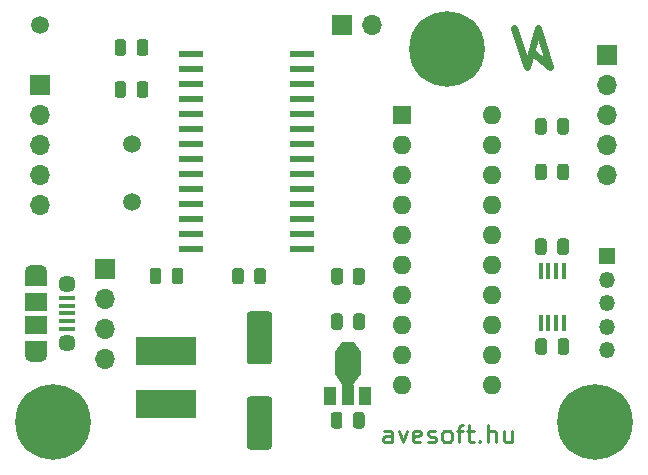
<source format=gbr>
From 83a9b03f5b9c5749a1ea8c1fd58307430c897b7d Mon Sep 17 00:00:00 2001
From: Attila Veghelyi <works@veghelyiattila.hu>
Date: Sun, 27 Aug 2023 15:36:23 +0200
Subject: Add PCB schematic and gerber files

---
 pcb/gerber/oprog_minimal-F_Mask.gbr | 905 ++++++++++++++++++++++++++++++++++++
 1 file changed, 905 insertions(+)
 create mode 100644 pcb/gerber/oprog_minimal-F_Mask.gbr

(limited to 'pcb/gerber/oprog_minimal-F_Mask.gbr')

diff --git a/pcb/gerber/oprog_minimal-F_Mask.gbr b/pcb/gerber/oprog_minimal-F_Mask.gbr
new file mode 100644
index 0000000..767e4fc
--- /dev/null
+++ b/pcb/gerber/oprog_minimal-F_Mask.gbr
@@ -0,0 +1,905 @@
+G04 #@! TF.GenerationSoftware,KiCad,Pcbnew,5.1.9+dfsg1-1+deb11u1*
+G04 #@! TF.CreationDate,2023-08-08T20:31:31+02:00*
+G04 #@! TF.ProjectId,oprog_minimal,6f70726f-675f-46d6-996e-696d616c2e6b,rev?*
+G04 #@! TF.SameCoordinates,PXa8d62b0PY5f13998*
+G04 #@! TF.FileFunction,Soldermask,Top*
+G04 #@! TF.FilePolarity,Negative*
+%FSLAX46Y46*%
+G04 Gerber Fmt 4.6, Leading zero omitted, Abs format (unit mm)*
+G04 Created by KiCad (PCBNEW 5.1.9+dfsg1-1+deb11u1) date 2023-08-08 20:31:31*
+%MOMM*%
+%LPD*%
+G01*
+G04 APERTURE LIST*
+%ADD10C,0.600000*%
+%ADD11C,0.250000*%
+%ADD12R,5.200000X2.400000*%
+%ADD13R,0.450000X1.450000*%
+%ADD14C,0.800000*%
+%ADD15C,6.400000*%
+%ADD16C,0.100000*%
+%ADD17R,2.200000X1.840000*%
+%ADD18R,1.000000X1.500000*%
+%ADD19R,1.000000X1.800000*%
+%ADD20O,1.700000X1.700000*%
+%ADD21R,1.700000X1.700000*%
+%ADD22O,1.350000X1.350000*%
+%ADD23R,1.350000X1.350000*%
+%ADD24R,1.900000X1.200000*%
+%ADD25O,1.900000X1.200000*%
+%ADD26R,1.900000X1.500000*%
+%ADD27C,1.450000*%
+%ADD28R,1.350000X0.400000*%
+%ADD29C,1.500000*%
+%ADD30R,2.000000X0.600000*%
+%ADD31O,1.600000X1.600000*%
+%ADD32R,1.600000X1.600000*%
+G04 APERTURE END LIST*
+D10*
+X45720000Y-5080000D02*
+X44196000Y-3810000D01*
+X42672000Y-1778000D02*
+X43751500Y-5080000D01*
+X44704000Y-1778000D02*
+X45720000Y-5080000D01*
+X43751500Y-5080000D02*
+X44704000Y-1778000D01*
+D11*
+X32283200Y-36873571D02*
+X32283200Y-36087857D01*
+X32211771Y-35945000D01*
+X32068914Y-35873571D01*
+X31783200Y-35873571D01*
+X31640342Y-35945000D01*
+X32283200Y-36802142D02*
+X32140342Y-36873571D01*
+X31783200Y-36873571D01*
+X31640342Y-36802142D01*
+X31568914Y-36659285D01*
+X31568914Y-36516428D01*
+X31640342Y-36373571D01*
+X31783200Y-36302142D01*
+X32140342Y-36302142D01*
+X32283200Y-36230714D01*
+X32854628Y-35873571D02*
+X33211771Y-36873571D01*
+X33568914Y-35873571D01*
+X34711771Y-36802142D02*
+X34568914Y-36873571D01*
+X34283200Y-36873571D01*
+X34140342Y-36802142D01*
+X34068914Y-36659285D01*
+X34068914Y-36087857D01*
+X34140342Y-35945000D01*
+X34283200Y-35873571D01*
+X34568914Y-35873571D01*
+X34711771Y-35945000D01*
+X34783200Y-36087857D01*
+X34783200Y-36230714D01*
+X34068914Y-36373571D01*
+X35354628Y-36802142D02*
+X35497485Y-36873571D01*
+X35783200Y-36873571D01*
+X35926057Y-36802142D01*
+X35997485Y-36659285D01*
+X35997485Y-36587857D01*
+X35926057Y-36445000D01*
+X35783200Y-36373571D01*
+X35568914Y-36373571D01*
+X35426057Y-36302142D01*
+X35354628Y-36159285D01*
+X35354628Y-36087857D01*
+X35426057Y-35945000D01*
+X35568914Y-35873571D01*
+X35783200Y-35873571D01*
+X35926057Y-35945000D01*
+X36854628Y-36873571D02*
+X36711771Y-36802142D01*
+X36640342Y-36730714D01*
+X36568914Y-36587857D01*
+X36568914Y-36159285D01*
+X36640342Y-36016428D01*
+X36711771Y-35945000D01*
+X36854628Y-35873571D01*
+X37068914Y-35873571D01*
+X37211771Y-35945000D01*
+X37283200Y-36016428D01*
+X37354628Y-36159285D01*
+X37354628Y-36587857D01*
+X37283200Y-36730714D01*
+X37211771Y-36802142D01*
+X37068914Y-36873571D01*
+X36854628Y-36873571D01*
+X37783200Y-35873571D02*
+X38354628Y-35873571D01*
+X37997485Y-36873571D02*
+X37997485Y-35587857D01*
+X38068914Y-35445000D01*
+X38211771Y-35373571D01*
+X38354628Y-35373571D01*
+X38640342Y-35873571D02*
+X39211771Y-35873571D01*
+X38854628Y-35373571D02*
+X38854628Y-36659285D01*
+X38926057Y-36802142D01*
+X39068914Y-36873571D01*
+X39211771Y-36873571D01*
+X39711771Y-36730714D02*
+X39783200Y-36802142D01*
+X39711771Y-36873571D01*
+X39640342Y-36802142D01*
+X39711771Y-36730714D01*
+X39711771Y-36873571D01*
+X40426057Y-36873571D02*
+X40426057Y-35373571D01*
+X41068914Y-36873571D02*
+X41068914Y-36087857D01*
+X40997485Y-35945000D01*
+X40854628Y-35873571D01*
+X40640342Y-35873571D01*
+X40497485Y-35945000D01*
+X40426057Y-36016428D01*
+X42426057Y-35873571D02*
+X42426057Y-36873571D01*
+X41783200Y-35873571D02*
+X41783200Y-36659285D01*
+X41854628Y-36802142D01*
+X41997485Y-36873571D01*
+X42211771Y-36873571D01*
+X42354628Y-36802142D01*
+X42426057Y-36730714D01*
+G36*
+G01*
+X28175000Y-22359198D02*
+X28175000Y-23259202D01*
+G75*
+G02*
+X27925002Y-23509200I-249998J0D01*
+G01*
+X27399998Y-23509200D01*
+G75*
+G02*
+X27150000Y-23259202I0J249998D01*
+G01*
+X27150000Y-22359198D01*
+G75*
+G02*
+X27399998Y-22109200I249998J0D01*
+G01*
+X27925002Y-22109200D01*
+G75*
+G02*
+X28175000Y-22359198I0J-249998D01*
+G01*
+G37*
+G36*
+G01*
+X30000000Y-22359198D02*
+X30000000Y-23259202D01*
+G75*
+G02*
+X29750002Y-23509200I-249998J0D01*
+G01*
+X29224998Y-23509200D01*
+G75*
+G02*
+X28975000Y-23259202I0J249998D01*
+G01*
+X28975000Y-22359198D01*
+G75*
+G02*
+X29224998Y-22109200I249998J0D01*
+G01*
+X29750002Y-22109200D01*
+G75*
+G02*
+X30000000Y-22359198I0J-249998D01*
+G01*
+G37*
+D12*
+X13208000Y-29119000D03*
+X13208000Y-33619000D03*
+G36*
+G01*
+X21882001Y-30273000D02*
+X20281999Y-30273000D01*
+G75*
+G02*
+X20032000Y-30023001I0J249999D01*
+G01*
+X20032000Y-26022999D01*
+G75*
+G02*
+X20281999Y-25773000I249999J0D01*
+G01*
+X21882001Y-25773000D01*
+G75*
+G02*
+X22132000Y-26022999I0J-249999D01*
+G01*
+X22132000Y-30023001D01*
+G75*
+G02*
+X21882001Y-30273000I-249999J0D01*
+G01*
+G37*
+G36*
+G01*
+X21882001Y-37473000D02*
+X20281999Y-37473000D01*
+G75*
+G02*
+X20032000Y-37223001I0J249999D01*
+G01*
+X20032000Y-33222999D01*
+G75*
+G02*
+X20281999Y-32973000I249999J0D01*
+G01*
+X21882001Y-32973000D01*
+G75*
+G02*
+X22132000Y-33222999I0J-249999D01*
+G01*
+X22132000Y-37223001D01*
+G75*
+G02*
+X21882001Y-37473000I-249999J0D01*
+G01*
+G37*
+G36*
+G01*
+X28125000Y-26188350D02*
+X28125000Y-27100850D01*
+G75*
+G02*
+X27881250Y-27344600I-243750J0D01*
+G01*
+X27393750Y-27344600D01*
+G75*
+G02*
+X27150000Y-27100850I0J243750D01*
+G01*
+X27150000Y-26188350D01*
+G75*
+G02*
+X27393750Y-25944600I243750J0D01*
+G01*
+X27881250Y-25944600D01*
+G75*
+G02*
+X28125000Y-26188350I0J-243750D01*
+G01*
+G37*
+G36*
+G01*
+X30000000Y-26188350D02*
+X30000000Y-27100850D01*
+G75*
+G02*
+X29756250Y-27344600I-243750J0D01*
+G01*
+X29268750Y-27344600D01*
+G75*
+G02*
+X29025000Y-27100850I0J243750D01*
+G01*
+X29025000Y-26188350D01*
+G75*
+G02*
+X29268750Y-25944600I243750J0D01*
+G01*
+X29756250Y-25944600D01*
+G75*
+G02*
+X30000000Y-26188350I0J-243750D01*
+G01*
+G37*
+G36*
+G01*
+X46297000Y-20750850D02*
+X46297000Y-19838350D01*
+G75*
+G02*
+X46540750Y-19594600I243750J0D01*
+G01*
+X47028250Y-19594600D01*
+G75*
+G02*
+X47272000Y-19838350I0J-243750D01*
+G01*
+X47272000Y-20750850D01*
+G75*
+G02*
+X47028250Y-20994600I-243750J0D01*
+G01*
+X46540750Y-20994600D01*
+G75*
+G02*
+X46297000Y-20750850I0J243750D01*
+G01*
+G37*
+G36*
+G01*
+X44422000Y-20750850D02*
+X44422000Y-19838350D01*
+G75*
+G02*
+X44665750Y-19594600I243750J0D01*
+G01*
+X45153250Y-19594600D01*
+G75*
+G02*
+X45397000Y-19838350I0J-243750D01*
+G01*
+X45397000Y-20750850D01*
+G75*
+G02*
+X45153250Y-20994600I-243750J0D01*
+G01*
+X44665750Y-20994600D01*
+G75*
+G02*
+X44422000Y-20750850I0J243750D01*
+G01*
+G37*
+D13*
+X44881800Y-22320800D03*
+X45531800Y-22320800D03*
+X46181800Y-22320800D03*
+X46831800Y-22320800D03*
+X46831800Y-26720800D03*
+X46181800Y-26720800D03*
+X45531800Y-26720800D03*
+X44881800Y-26720800D03*
+G36*
+G01*
+X46322400Y-29209050D02*
+X46322400Y-28296550D01*
+G75*
+G02*
+X46566150Y-28052800I243750J0D01*
+G01*
+X47053650Y-28052800D01*
+G75*
+G02*
+X47297400Y-28296550I0J-243750D01*
+G01*
+X47297400Y-29209050D01*
+G75*
+G02*
+X47053650Y-29452800I-243750J0D01*
+G01*
+X46566150Y-29452800D01*
+G75*
+G02*
+X46322400Y-29209050I0J243750D01*
+G01*
+G37*
+G36*
+G01*
+X44447400Y-29209050D02*
+X44447400Y-28296550D01*
+G75*
+G02*
+X44691150Y-28052800I243750J0D01*
+G01*
+X45178650Y-28052800D01*
+G75*
+G02*
+X45422400Y-28296550I0J-243750D01*
+G01*
+X45422400Y-29209050D01*
+G75*
+G02*
+X45178650Y-29452800I-243750J0D01*
+G01*
+X44691150Y-29452800D01*
+G75*
+G02*
+X44447400Y-29209050I0J243750D01*
+G01*
+G37*
+G36*
+G01*
+X46299300Y-14426250D02*
+X46299300Y-13513750D01*
+G75*
+G02*
+X46543050Y-13270000I243750J0D01*
+G01*
+X47030550Y-13270000D01*
+G75*
+G02*
+X47274300Y-13513750I0J-243750D01*
+G01*
+X47274300Y-14426250D01*
+G75*
+G02*
+X47030550Y-14670000I-243750J0D01*
+G01*
+X46543050Y-14670000D01*
+G75*
+G02*
+X46299300Y-14426250I0J243750D01*
+G01*
+G37*
+G36*
+G01*
+X44424300Y-14426250D02*
+X44424300Y-13513750D01*
+G75*
+G02*
+X44668050Y-13270000I243750J0D01*
+G01*
+X45155550Y-13270000D01*
+G75*
+G02*
+X45399300Y-13513750I0J-243750D01*
+G01*
+X45399300Y-14426250D01*
+G75*
+G02*
+X45155550Y-14670000I-243750J0D01*
+G01*
+X44668050Y-14670000D01*
+G75*
+G02*
+X44424300Y-14426250I0J243750D01*
+G01*
+G37*
+D14*
+X38654056Y-1858944D03*
+X36957000Y-1156000D03*
+X35259944Y-1858944D03*
+X34557000Y-3556000D03*
+X35259944Y-5253056D03*
+X36957000Y-5956000D03*
+X38654056Y-5253056D03*
+X39357000Y-3556000D03*
+D15*
+X36957000Y-3556000D03*
+D14*
+X51163556Y-33418444D03*
+X49466500Y-32715500D03*
+X47769444Y-33418444D03*
+X47066500Y-35115500D03*
+X47769444Y-36812556D03*
+X49466500Y-37515500D03*
+X51163556Y-36812556D03*
+X51866500Y-35115500D03*
+D15*
+X49466500Y-35115500D03*
+D14*
+X5316556Y-33418444D03*
+X3619500Y-32715500D03*
+X1922444Y-33418444D03*
+X1219500Y-35115500D03*
+X1922444Y-36812556D03*
+X3619500Y-37515500D03*
+X5316556Y-36812556D03*
+X6019500Y-35115500D03*
+D15*
+X3619500Y-35115500D03*
+D16*
+G36*
+X29649600Y-31072200D02*
+G01*
+X28949600Y-32072200D01*
+X28149600Y-32072200D01*
+X27449600Y-31072200D01*
+X29649600Y-31072200D01*
+G37*
+D17*
+X28549600Y-30162500D03*
+D18*
+X30049600Y-32976000D03*
+D19*
+X28549600Y-32829500D03*
+D18*
+X27049600Y-32976000D03*
+D16*
+G36*
+X27449600Y-29254000D02*
+G01*
+X28049600Y-28404000D01*
+X29049600Y-28404000D01*
+X29649600Y-29254000D01*
+X27449600Y-29254000D01*
+G37*
+D20*
+X30607000Y-1524000D03*
+D21*
+X28067000Y-1524000D03*
+D22*
+X50546000Y-29082000D03*
+X50546000Y-27082000D03*
+X50546000Y-25082000D03*
+X50546000Y-23082000D03*
+D23*
+X50546000Y-21082000D03*
+G36*
+G01*
+X28101900Y-34544950D02*
+X28101900Y-35457450D01*
+G75*
+G02*
+X27858150Y-35701200I-243750J0D01*
+G01*
+X27370650Y-35701200D01*
+G75*
+G02*
+X27126900Y-35457450I0J243750D01*
+G01*
+X27126900Y-34544950D01*
+G75*
+G02*
+X27370650Y-34301200I243750J0D01*
+G01*
+X27858150Y-34301200D01*
+G75*
+G02*
+X28101900Y-34544950I0J-243750D01*
+G01*
+G37*
+G36*
+G01*
+X29976900Y-34544950D02*
+X29976900Y-35457450D01*
+G75*
+G02*
+X29733150Y-35701200I-243750J0D01*
+G01*
+X29245650Y-35701200D01*
+G75*
+G02*
+X29001900Y-35457450I0J243750D01*
+G01*
+X29001900Y-34544950D01*
+G75*
+G02*
+X29245650Y-34301200I243750J0D01*
+G01*
+X29733150Y-34301200D01*
+G75*
+G02*
+X29976900Y-34544950I0J-243750D01*
+G01*
+G37*
+D20*
+X8001000Y-29781500D03*
+X8001000Y-27241500D03*
+X8001000Y-24701500D03*
+D21*
+X8001000Y-22161500D03*
+D24*
+X2126000Y-23056500D03*
+X2126000Y-28856500D03*
+D25*
+X2126000Y-29456500D03*
+X2126000Y-22456500D03*
+D26*
+X2126000Y-24956500D03*
+D27*
+X4826000Y-28456500D03*
+D28*
+X4826000Y-25956500D03*
+X4826000Y-26606500D03*
+X4826000Y-27256500D03*
+X4826000Y-24656500D03*
+X4826000Y-25306500D03*
+D27*
+X4826000Y-23456500D03*
+D26*
+X2126000Y-26956500D03*
+D29*
+X2540000Y-1524000D03*
+D20*
+X2540000Y-16764000D03*
+X2540000Y-14224000D03*
+X2540000Y-11684000D03*
+X2540000Y-9144000D03*
+D21*
+X2540000Y-6604000D03*
+D20*
+X50546000Y-14224000D03*
+X50546000Y-11684000D03*
+X50546000Y-9144000D03*
+X50546000Y-6604000D03*
+D21*
+X50546000Y-4064000D03*
+G36*
+G01*
+X10688500Y-3885250D02*
+X10688500Y-2972750D01*
+G75*
+G02*
+X10932250Y-2729000I243750J0D01*
+G01*
+X11419750Y-2729000D01*
+G75*
+G02*
+X11663500Y-2972750I0J-243750D01*
+G01*
+X11663500Y-3885250D01*
+G75*
+G02*
+X11419750Y-4129000I-243750J0D01*
+G01*
+X10932250Y-4129000D01*
+G75*
+G02*
+X10688500Y-3885250I0J243750D01*
+G01*
+G37*
+G36*
+G01*
+X8813500Y-3885250D02*
+X8813500Y-2972750D01*
+G75*
+G02*
+X9057250Y-2729000I243750J0D01*
+G01*
+X9544750Y-2729000D01*
+G75*
+G02*
+X9788500Y-2972750I0J-243750D01*
+G01*
+X9788500Y-3885250D01*
+G75*
+G02*
+X9544750Y-4129000I-243750J0D01*
+G01*
+X9057250Y-4129000D01*
+G75*
+G02*
+X8813500Y-3885250I0J243750D01*
+G01*
+G37*
+G36*
+G01*
+X10688500Y-7441250D02*
+X10688500Y-6528750D01*
+G75*
+G02*
+X10932250Y-6285000I243750J0D01*
+G01*
+X11419750Y-6285000D01*
+G75*
+G02*
+X11663500Y-6528750I0J-243750D01*
+G01*
+X11663500Y-7441250D01*
+G75*
+G02*
+X11419750Y-7685000I-243750J0D01*
+G01*
+X10932250Y-7685000D01*
+G75*
+G02*
+X10688500Y-7441250I0J243750D01*
+G01*
+G37*
+G36*
+G01*
+X8813500Y-7441250D02*
+X8813500Y-6528750D01*
+G75*
+G02*
+X9057250Y-6285000I243750J0D01*
+G01*
+X9544750Y-6285000D01*
+G75*
+G02*
+X9788500Y-6528750I0J-243750D01*
+G01*
+X9788500Y-7441250D01*
+G75*
+G02*
+X9544750Y-7685000I-243750J0D01*
+G01*
+X9057250Y-7685000D01*
+G75*
+G02*
+X8813500Y-7441250I0J243750D01*
+G01*
+G37*
+G36*
+G01*
+X45397000Y-9652950D02*
+X45397000Y-10565450D01*
+G75*
+G02*
+X45153250Y-10809200I-243750J0D01*
+G01*
+X44665750Y-10809200D01*
+G75*
+G02*
+X44422000Y-10565450I0J243750D01*
+G01*
+X44422000Y-9652950D01*
+G75*
+G02*
+X44665750Y-9409200I243750J0D01*
+G01*
+X45153250Y-9409200D01*
+G75*
+G02*
+X45397000Y-9652950I0J-243750D01*
+G01*
+G37*
+G36*
+G01*
+X47272000Y-9652950D02*
+X47272000Y-10565450D01*
+G75*
+G02*
+X47028250Y-10809200I-243750J0D01*
+G01*
+X46540750Y-10809200D01*
+G75*
+G02*
+X46297000Y-10565450I0J243750D01*
+G01*
+X46297000Y-9652950D01*
+G75*
+G02*
+X46540750Y-9409200I243750J0D01*
+G01*
+X47028250Y-9409200D01*
+G75*
+G02*
+X47272000Y-9652950I0J-243750D01*
+G01*
+G37*
+D30*
+X24689800Y-3962400D03*
+X24689800Y-5232400D03*
+X24689800Y-6502400D03*
+X24689800Y-7772400D03*
+X24689800Y-9042400D03*
+X24689800Y-10312400D03*
+X24689800Y-11582400D03*
+X24689800Y-12852400D03*
+X24689800Y-14122400D03*
+X24689800Y-15392400D03*
+X24689800Y-16662400D03*
+X24689800Y-17932400D03*
+X24689800Y-19202400D03*
+X24689800Y-20472400D03*
+X15289800Y-20472400D03*
+X15289800Y-19202400D03*
+X15289800Y-17932400D03*
+X15289800Y-16662400D03*
+X15289800Y-15392400D03*
+X15289800Y-14122400D03*
+X15289800Y-12852400D03*
+X15289800Y-11582400D03*
+X15289800Y-10312400D03*
+X15289800Y-9042400D03*
+X15289800Y-7772400D03*
+X15289800Y-6502400D03*
+X15289800Y-5232400D03*
+X15289800Y-3962400D03*
+D31*
+X40767000Y-9144000D03*
+X33147000Y-32004000D03*
+X40767000Y-11684000D03*
+X33147000Y-29464000D03*
+X40767000Y-14224000D03*
+X33147000Y-26924000D03*
+X40767000Y-16764000D03*
+X33147000Y-24384000D03*
+X40767000Y-19304000D03*
+X33147000Y-21844000D03*
+X40767000Y-21844000D03*
+X33147000Y-19304000D03*
+X40767000Y-24384000D03*
+X33147000Y-16764000D03*
+X40767000Y-26924000D03*
+X33147000Y-14224000D03*
+X40767000Y-29464000D03*
+X33147000Y-11684000D03*
+X40767000Y-32004000D03*
+D32*
+X33147000Y-9144000D03*
+D29*
+X10287000Y-16513200D03*
+X10287000Y-11633200D03*
+G36*
+G01*
+X19743000Y-22340250D02*
+X19743000Y-23252750D01*
+G75*
+G02*
+X19499250Y-23496500I-243750J0D01*
+G01*
+X19011750Y-23496500D01*
+G75*
+G02*
+X18768000Y-23252750I0J243750D01*
+G01*
+X18768000Y-22340250D01*
+G75*
+G02*
+X19011750Y-22096500I243750J0D01*
+G01*
+X19499250Y-22096500D01*
+G75*
+G02*
+X19743000Y-22340250I0J-243750D01*
+G01*
+G37*
+G36*
+G01*
+X21618000Y-22340250D02*
+X21618000Y-23252750D01*
+G75*
+G02*
+X21374250Y-23496500I-243750J0D01*
+G01*
+X20886750Y-23496500D01*
+G75*
+G02*
+X20643000Y-23252750I0J243750D01*
+G01*
+X20643000Y-22340250D01*
+G75*
+G02*
+X20886750Y-22096500I243750J0D01*
+G01*
+X21374250Y-22096500D01*
+G75*
+G02*
+X21618000Y-22340250I0J-243750D01*
+G01*
+G37*
+G36*
+G01*
+X12758000Y-22327550D02*
+X12758000Y-23240050D01*
+G75*
+G02*
+X12514250Y-23483800I-243750J0D01*
+G01*
+X12026750Y-23483800D01*
+G75*
+G02*
+X11783000Y-23240050I0J243750D01*
+G01*
+X11783000Y-22327550D01*
+G75*
+G02*
+X12026750Y-22083800I243750J0D01*
+G01*
+X12514250Y-22083800D01*
+G75*
+G02*
+X12758000Y-22327550I0J-243750D01*
+G01*
+G37*
+G36*
+G01*
+X14633000Y-22327550D02*
+X14633000Y-23240050D01*
+G75*
+G02*
+X14389250Y-23483800I-243750J0D01*
+G01*
+X13901750Y-23483800D01*
+G75*
+G02*
+X13658000Y-23240050I0J243750D01*
+G01*
+X13658000Y-22327550D01*
+G75*
+G02*
+X13901750Y-22083800I243750J0D01*
+G01*
+X14389250Y-22083800D01*
+G75*
+G02*
+X14633000Y-22327550I0J-243750D01*
+G01*
+G37*
+M02*
-- 
cgit v1.2.3-54-g00ecf


</source>
